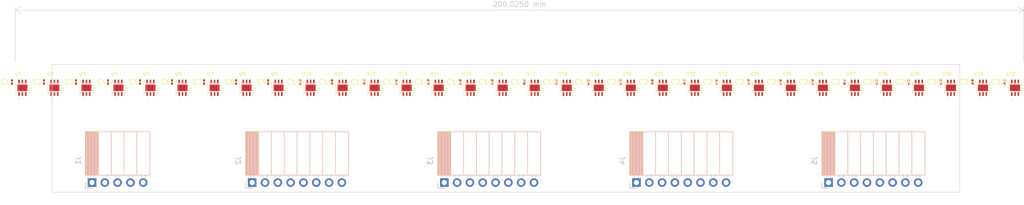
<source format=kicad_pcb>
(kicad_pcb (version 20221018) (generator pcbnew)
  (layers (0 "F.Cu" signal) (1 "In1.Cu" power) (2 "In2.Cu" power) (31 "B.Cu" signal) (34 "B.Paste" user) (35 "F.Paste" user) (36 "B.SilkS" user "B.Silkscreen") (37 "F.SilkS" user "F.Silkscreen") (38 "B.Mask" user) (39 "F.Mask" user) (44 "Edge.Cuts" user))
  (net 0 "")
  (net 1 "v+")
  (net 2 "GND")
  (net 3 "SCLK")
  (net 4 "MOSI")
  (net 5 "MISO")
  (net 6 "SS1")
  (net 7 "SS2")
  (net 8 "SS3")
  (net 9 "SS4")
  (net 10 "SS5")
  (net 11 "SS9")
  (net 12 "SS10")
  (net 13 "SS11")
  (net 14 "SS12")
  (net 15 "SS13")
  (net 16 "SS17")
  (net 17 "SS18")
  (net 18 "SS19")
  (net 19 "SS20")
  (net 20 "SS21")
  (net 21 "SS25")
  (net 22 "SS26")
  (net 23 "SS27")
  (net 24 "SS28")
  (net 25 "SS29")
  (footprint "Capacitor_SMD:C_0201_0603Metric" (layer "F.Cu") (at 142.24 67.02 -90)
    (fp_text reference "C17" (at 0 1.27) (layer "F.SilkS"))
    (fp_text value "C_Small" hide)
    (pad "1" smd roundrect (at -0.32 0 270) (size 0.46 0.4) (layers "F.Cu" "F.Mask") (net 1 "v+"))
    (pad "2" smd roundrect (at 0.32 0 270) (size 0.46 0.4) (layers "F.Cu" "F.Mask") (net 2 "GND"))
  )
  (footprint "NVE:SON65P250X250X80-7N" (layer "F.Cu") (at 195.115 68.155 90)
    (fp_text reference "U25" (at 2.725 -0.805) (layer "F.SilkS") (effects (font (size 0.64 0.64))))
    (fp_text value "SM225-10E" hide)
    (pad "1" smd roundrect (at -1.245 -0.65 90) (size 0.74 0.32) (layers "F.Cu" "F.Paste" "F.Mask") (roundrect_rratio 0.04) (net 6 "SS1"))
    (pad "2" smd roundrect (at -1.245 0 90) (size 0.74 0.32) (layers "F.Cu" "F.Paste" "F.Mask") (roundrect_rratio 0.04) (net 4 "MOSI"))
    (pad "3" smd roundrect (at -1.245 0.65 90) (size 0.74 0.32) (layers "F.Cu" "F.Paste" "F.Mask") (roundrect_rratio 0.04) (net 5 "MISO"))
    (pad "4" smd roundrect (at 1.245 0.65 90) (size 0.74 0.32) (layers "F.Cu" "F.Paste" "F.Mask") (roundrect_rratio 0.04) (net 2 "GND"))
    (pad "5" smd roundrect (at 1.245 0 90) (size 0.74 0.32) (layers "F.Cu" "F.Paste" "F.Mask") (roundrect_rratio 0.04) (net 3 "SCLK"))
    (pad "6" smd roundrect (at 1.245 -0.65 90) (size 0.74 0.32) (layers "F.Cu" "F.Paste" "F.Mask") (roundrect_rratio 0.04) (net 1 "v+"))
    (pad "7" smd rect (at 0 0 90) (size 1.3 2) (layers "F.Cu" "F.Mask") (net 2 "GND"))
  )
  (footprint "NVE:SON65P250X250X80-7N" (layer "F.Cu") (at 150.665 68.155 90)
    (fp_text reference "U18" (at 2.725 -0.805) (layer "F.SilkS") (effects (font (size 0.64 0.64))))
    (fp_text value "SM225-10E" hide)
    (pad "1" smd roundrect (at -1.245 -0.65 90) (size 0.74 0.32) (layers "F.Cu" "F.Paste" "F.Mask") (roundrect_rratio 0.04) (net 6 "SS1"))
    (pad "2" smd roundrect (at -1.245 0 90) (size 0.74 0.32) (layers "F.Cu" "F.Paste" "F.Mask") (roundrect_rratio 0.04) (net 4 "MOSI"))
    (pad "3" smd roundrect (at -1.245 0.65 90) (size 0.74 0.32) (layers "F.Cu" "F.Paste" "F.Mask") (roundrect_rratio 0.04) (net 5 "MISO"))
    (pad "4" smd roundrect (at 1.245 0.65 90) (size 0.74 0.32) (layers "F.Cu" "F.Paste" "F.Mask") (roundrect_rratio 0.04) (net 2 "GND"))
    (pad "5" smd roundrect (at 1.245 0 90) (size 0.74 0.32) (layers "F.Cu" "F.Paste" "F.Mask") (roundrect_rratio 0.04) (net 3 "SCLK"))
    (pad "6" smd roundrect (at 1.245 -0.65 90) (size 0.74 0.32) (layers "F.Cu" "F.Paste" "F.Mask") (roundrect_rratio 0.04) (net 1 "v+"))
    (pad "7" smd rect (at 0 0 90) (size 1.3 2) (layers "F.Cu" "F.Mask") (net 2 "GND"))
  )
  (footprint "Capacitor_SMD:C_0201_0603Metric" (layer "F.Cu") (at 129.54 67.02 -90)
    (fp_text reference "C15" (at 0 1.27) (layer "F.SilkS"))
    (fp_text value "C_Small" hide)
    (pad "1" smd roundrect (at -0.32 0 270) (size 0.46 0.4) (layers "F.Cu" "F.Mask") (net 1 "v+"))
    (pad "2" smd roundrect (at 0.32 0 270) (size 0.46 0.4) (layers "F.Cu" "F.Mask") (net 2 "GND"))
  )
  (footprint "Capacitor_SMD:C_0201_0603Metric" (layer "F.Cu") (at 173.99 67.02 -90)
    (fp_text reference "C22" (at 0 1.27) (layer "F.SilkS"))
    (fp_text value "C_Small" hide)
    (pad "1" smd roundrect (at -0.32 0 270) (size 0.46 0.4) (layers "F.Cu" "F.Mask") (net 1 "v+"))
    (pad "2" smd roundrect (at 0.32 0 270) (size 0.46 0.4) (layers "F.Cu" "F.Mask") (net 2 "GND"))
  )
  (footprint "Capacitor_SMD:C_0201_0603Metric" (layer "F.Cu") (at 91.44 67.02 -90)
    (fp_text reference "C9" (at 0 1.27) (layer "F.SilkS"))
    (fp_text value "C_Small" hide)
    (pad "1" smd roundrect (at -0.32 0 270) (size 0.46 0.4) (layers "F.Cu" "F.Mask") (net 1 "v+"))
    (pad "2" smd roundrect (at 0.32 0 270) (size 0.46 0.4) (layers "F.Cu" "F.Mask") (net 2 "GND"))
  )
  (footprint "Capacitor_SMD:C_0201_0603Metric" (layer "F.Cu") (at 167.64 67.02 -90)
    (fp_text reference "C21" (at 0 1.27) (layer "F.SilkS"))
    (fp_text value "C_Small" hide)
    (pad "1" smd roundrect (at -0.32 0 270) (size 0.46 0.4) (layers "F.Cu" "F.Mask") (net 1 "v+"))
    (pad "2" smd roundrect (at 0.32 0 270) (size 0.46 0.4) (layers "F.Cu" "F.Mask") (net 2 "GND"))
  )
  (footprint "NVE:SON65P250X250X80-7N" (layer "F.Cu") (at 169.715 68.155 90)
    (fp_text reference "U21" (at 2.725 -0.805) (layer "F.SilkS") (effects (font (size 0.64 0.64))))
    (fp_text value "SM225-10E" hide)
    (pad "1" smd roundrect (at -1.245 -0.65 90) (size 0.74 0.32) (layers "F.Cu" "F.Paste" "F.Mask") (roundrect_rratio 0.04) (net 6 "SS1"))
    (pad "2" smd roundrect (at -1.245 0 90) (size 0.74 0.32) (layers "F.Cu" "F.Paste" "F.Mask") (roundrect_rratio 0.04) (net 4 "MOSI"))
    (pad "3" smd roundrect (at -1.245 0.65 90) (size 0.74 0.32) (layers "F.Cu" "F.Paste" "F.Mask") (roundrect_rratio 0.04) (net 5 "MISO"))
    (pad "4" smd roundrect (at 1.245 0.65 90) (size 0.74 0.32) (layers "F.Cu" "F.Paste" "F.Mask") (roundrect_rratio 0.04) (net 2 "GND"))
    (pad "5" smd roundrect (at 1.245 0 90) (size 0.74 0.32) (layers "F.Cu" "F.Paste" "F.Mask") (roundrect_rratio 0.04) (net 3 "SCLK"))
    (pad "6" smd roundrect (at 1.245 -0.65 90) (size 0.74 0.32) (layers "F.Cu" "F.Paste" "F.Mask") (roundrect_rratio 0.04) (net 1 "v+"))
    (pad "7" smd rect (at 0 0 90) (size 1.3 2) (layers "F.Cu" "F.Mask") (net 2 "GND"))
  )
  (footprint "NVE:SON65P250X250X80-7N" (layer "F.Cu") (at 131.615 68.155 90)
    (fp_text reference "U15" (at 2.725 -0.805) (layer "F.SilkS") (effects (font (size 0.64 0.64))))
    (fp_text value "SM225-10E" hide)
    (pad "1" smd roundrect (at -1.245 -0.65 90) (size 0.74 0.32) (layers "F.Cu" "F.Paste" "F.Mask") (roundrect_rratio 0.04) (net 6 "SS1"))
    (pad "2" smd roundrect (at -1.245 0 90) (size 0.74 0.32) (layers "F.Cu" "F.Paste" "F.Mask") (roundrect_rratio 0.04) (net 4 "MOSI"))
    (pad "3" smd roundrect (at -1.245 0.65 90) (size 0.74 0.32) (layers "F.Cu" "F.Paste" "F.Mask") (roundrect_rratio 0.04) (net 5 "MISO"))
    (pad "4" smd roundrect (at 1.245 0.65 90) (size 0.74 0.32) (layers "F.Cu" "F.Paste" "F.Mask") (roundrect_rratio 0.04) (net 2 "GND"))
    (pad "5" smd roundrect (at 1.245 0 90) (size 0.74 0.32) (layers "F.Cu" "F.Paste" "F.Mask") (roundrect_rratio 0.04) (net 3 "SCLK"))
    (pad "6" smd roundrect (at 1.245 -0.65 90) (size 0.74 0.32) (layers "F.Cu" "F.Paste" "F.Mask") (roundrect_rratio 0.04) (net 1 "v+"))
    (pad "7" smd rect (at 0 0 90) (size 1.3 2) (layers "F.Cu" "F.Mask") (net 2 "GND"))
  )
  (footprint "Capacitor_SMD:C_0201_0603Metric" (layer "F.Cu") (at 154.94 67.02 -90)
    (fp_text reference "C19" (at 0 1.27) (layer "F.SilkS"))
    (fp_text value "C_Small" hide)
    (pad "1" smd roundrect (at -0.32 0 270) (size 0.46 0.4) (layers "F.Cu" "F.Mask") (net 1 "v+"))
    (pad "2" smd roundrect (at 0.32 0 270) (size 0.46 0.4) (layers "F.Cu" "F.Mask") (net 2 "GND"))
  )
  (footprint "Capacitor_SMD:C_0201_0603Metric" (layer "F.Cu") (at 104.14 67.02 -90)
    (fp_text reference "C11" (at 0 1.27) (layer "F.SilkS"))
    (fp_text value "C_Small" hide)
    (pad "1" smd roundrect (at -0.32 0 270) (size 0.46 0.4) (layers "F.Cu" "F.Mask") (net 1 "v+"))
    (pad "2" smd roundrect (at 0.32 0 270) (size 0.46 0.4) (layers "F.Cu" "F.Mask") (net 2 "GND"))
  )
  (footprint "NVE:SON65P250X250X80-7N" (layer "F.Cu") (at 74.465 68.155 90)
    (fp_text reference "U6" (at 2.725 -0.805) (layer "F.SilkS") (effects (font (size 0.64 0.64))))
    (fp_text value "SM225-10E" hide)
    (pad "1" smd roundrect (at -1.245 -0.65 90) (size 0.74 0.32) (layers "F.Cu" "F.Paste" "F.Mask") (roundrect_rratio 0.04) (net 6 "SS1"))
    (pad "2" smd roundrect (at -1.245 0 90) (size 0.74 0.32) (layers "F.Cu" "F.Paste" "F.Mask") (roundrect_rratio 0.04) (net 4 "MOSI"))
    (pad "3" smd roundrect (at -1.245 0.65 90) (size 0.74 0.32) (layers "F.Cu" "F.Paste" "F.Mask") (roundrect_rratio 0.04) (net 5 "MISO"))
    (pad "4" smd roundrect (at 1.245 0.65 90) (size 0.74 0.32) (layers "F.Cu" "F.Paste" "F.Mask") (roundrect_rratio 0.04) (net 2 "GND"))
    (pad "5" smd roundrect (at 1.245 0 90) (size 0.74 0.32) (layers "F.Cu" "F.Paste" "F.Mask") (roundrect_rratio 0.04) (net 3 "SCLK"))
    (pad "6" smd roundrect (at 1.245 -0.65 90) (size 0.74 0.32) (layers "F.Cu" "F.Paste" "F.Mask") (roundrect_rratio 0.04) (net 1 "v+"))
    (pad "7" smd rect (at 0 0 90) (size 1.3 2) (layers "F.Cu" "F.Mask") (net 2 "GND"))
  )
  (footprint "Capacitor_SMD:C_0201_0603Metric" (layer "F.Cu") (at 193.04 67.02 -90)
    (fp_text reference "C25" (at 0 1.27) (layer "F.SilkS"))
    (fp_text value "C_Small" hide)
    (pad "1" smd roundrect (at -0.32 0 270) (size 0.46 0.4) (layers "F.Cu" "F.Mask") (net 1 "v+"))
    (pad "2" smd roundrect (at 0.32 0 270) (size 0.46 0.4) (layers "F.Cu" "F.Mask") (net 2 "GND"))
  )
  (footprint "Capacitor_SMD:C_0201_0603Metric" (layer "F.Cu") (at 224.79 67.02 -90)
    (fp_text reference "C30" (at 0 1.27) (layer "F.SilkS"))
    (fp_text value "C_Small" hide)
    (pad "1" smd roundrect (at -0.32 0 270) (size 0.46 0.4) (layers "F.Cu" "F.Mask") (net 1 "v+"))
    (pad "2" smd roundrect (at 0.32 0 270) (size 0.46 0.4) (layers "F.Cu" "F.Mask") (net 2 "GND"))
  )
  (footprint "Capacitor_SMD:C_0201_0603Metric" (layer "F.Cu") (at 66.04 67.02 -90)
    (fp_text reference "C5" (at 0 1.27) (layer "F.SilkS"))
    (fp_text value "C_Small" hide)
    (pad "1" smd roundrect (at -0.32 0 270) (size 0.46 0.4) (layers "F.Cu" "F.Mask") (net 1 "v+"))
    (pad "2" smd roundrect (at 0.32 0 270) (size 0.46 0.4) (layers "F.Cu" "F.Mask") (net 2 "GND"))
  )
  (footprint "NVE:SON65P250X250X80-7N" (layer "F.Cu") (at 99.865 68.155 90)
    (fp_text reference "U10" (at 2.725 -0.805) (layer "F.SilkS") (effects (font (size 0.64 0.64))))
    (fp_text value "SM225-10E" hide)
    (pad "1" smd roundrect (at -1.245 -0.65 90) (size 0.74 0.32) (layers "F.Cu" "F.Paste" "F.Mask") (roundrect_rratio 0.04) (net 6 "SS1"))
    (pad "2" smd roundrect (at -1.245 0 90) (size 0.74 0.32) (layers "F.Cu" "F.Paste" "F.Mask") (roundrect_rratio 0.04) (net 4 "MOSI"))
    (pad "3" smd roundrect (at -1.245 0.65 90) (size 0.74 0.32) (layers "F.Cu" "F.Paste" "F.Mask") (roundrect_rratio 0.04) (net 5 "MISO"))
    (pad "4" smd roundrect (at 1.245 0.65 90) (size 0.74 0.32) (layers "F.Cu" "F.Paste" "F.Mask") (roundrect_rratio 0.04) (net 2 "GND"))
    (pad "5" smd roundrect (at 1.245 0 90) (size 0.74 0.32) (layers "F.Cu" "F.Paste" "F.Mask") (roundrect_rratio 0.04) (net 3 "SCLK"))
    (pad "6" smd roundrect (at 1.245 -0.65 90) (size 0.74 0.32) (layers "F.Cu" "F.Paste" "F.Mask") (roundrect_rratio 0.04) (net 1 "v+"))
    (pad "7" smd rect (at 0 0 90) (size 1.3 2) (layers "F.Cu" "F.Mask") (net 2 "GND"))
  )
  (footprint "Capacitor_SMD:C_0201_0603Metric" (layer "F.Cu") (at 53.34 67.02 -90)
    (fp_text reference "C3" (at 0 1.27) (layer "F.SilkS"))
    (fp_text value "C_Small" hide)
    (pad "1" smd roundrect (at -0.32 0 270) (size 0.46 0.4) (layers "F.Cu" "F.Mask") (net 1 "v+"))
    (pad "2" smd roundrect (at 0.32 0 270) (size 0.46 0.4) (layers "F.Cu" "F.Mask") (net 2 "GND"))
  )
  (footprint "NVE:SON65P250X250X80-7N" (layer "F.Cu") (at 220.515 68.155 90)
    (fp_text reference "U29" (at 2.725 -0.805) (layer "F.SilkS") (effects (font (size 0.64 0.64))))
    (fp_text value "SM225-10E" hide)
    (pad "1" smd roundrect (at -1.245 -0.65 90) (size 0.74 0.32) (layers "F.Cu" "F.Paste" "F.Mask") (roundrect_rratio 0.04) (net 6 "SS1"))
    (pad "2" smd roundrect (at -1.245 0 90) (size 0.74 0.32) (layers "F.Cu" "F.Paste" "F.Mask") (roundrect_rratio 0.04) (net 4 "MOSI"))
    (pad "3" smd roundrect (at -1.245 0.65 90) (size 0.74 0.32) (layers "F.Cu" "F.Paste" "F.Mask") (roundrect_rratio 0.04) (net 5 "MISO"))
    (pad "4" smd roundrect (at 1.245 0.65 90) (size 0.74 0.32) (layers "F.Cu" "F.Paste" "F.Mask") (roundrect_rratio 0.04) (net 2 "GND"))
    (pad "5" smd roundrect (at 1.245 0 90) (size 0.74 0.32) (layers "F.Cu" "F.Paste" "F.Mask") (roundrect_rratio 0.04) (net 3 "SCLK"))
    (pad "6" smd roundrect (at 1.245 -0.65 90) (size 0.74 0.32) (layers "F.Cu" "F.Paste" "F.Mask") (roundrect_rratio 0.04) (net 1 "v+"))
    (pad "7" smd rect (at 0 0 90) (size 1.3 2) (layers "F.Cu" "F.Mask") (net 2 "GND"))
  )
  (footprint "NVE:SON65P250X250X80-7N" (layer "F.Cu") (at 239.565 68.155 90)
    (fp_text reference "U32" (at 2.725 -0.805) (layer "F.SilkS") (effects (font (size 0.64 0.64))))
    (fp_text value "SM225-10E" hide)
    (pad "1" smd roundrect (at -1.245 -0.65 90) (size 0.74 0.32) (layers "F.Cu" "F.Paste" "F.Mask") (roundrect_rratio 0.04) (net 6 "SS1"))
    (pad "2" smd roundrect (at -1.245 0 90) (size 0.74 0.32) (layers "F.Cu" "F.Paste" "F.Mask") (roundrect_rratio 0.04) (net 4 "MOSI"))
    (pad "3" smd roundrect (at -1.245 0.65 90) (size 0.74 0.32) (layers "F.Cu" "F.Paste" "F.Mask") (roundrect_rratio 0.04) (net 5 "MISO"))
    (pad "4" smd roundrect (at 1.245 0.65 90) (size 0.74 0.32) (layers "F.Cu" "F.Paste" "F.Mask") (roundrect_rratio 0.04) (net 2 "GND"))
    (pad "5" smd roundrect (at 1.245 0 90) (size 0.74 0.32) (layers "F.Cu" "F.Paste" "F.Mask") (roundrect_rratio 0.04) (net 3 "SCLK"))
    (pad "6" smd roundrect (at 1.245 -0.65 90) (size 0.74 0.32) (layers "F.Cu" "F.Paste" "F.Mask") (roundrect_rratio 0.04) (net 1 "v+"))
    (pad "7" smd rect (at 0 0 90) (size 1.3 2) (layers "F.Cu" "F.Mask") (net 2 "GND"))
  )
  (footprint "Capacitor_SMD:C_0201_0603Metric" (layer "F.Cu") (at 199.39 67.02 -90)
    (fp_text reference "C26" (at 0 1.27) (layer "F.SilkS"))
    (fp_text value "C_Small" hide)
    (pad "1" smd roundrect (at -0.32 0 270) (size 0.46 0.4) (layers "F.Cu" "F.Mask") (net 1 "v+"))
    (pad "2" smd roundrect (at 0.32 0 270) (size 0.46 0.4) (layers "F.Cu" "F.Mask") (net 2 "GND"))
  )
  (footprint "NVE:SON65P250X250X80-7N" (layer "F.Cu") (at 68.115 68.155 90)
    (fp_text reference "U5" (at 2.725 -0.805) (layer "F.SilkS") (effects (font (size 0.64 0.64))))
    (fp_text value "SM225-10E" hide)
    (pad "1" smd roundrect (at -1.245 -0.65 90) (size 0.74 0.32) (layers "F.Cu" "F.Paste" "F.Mask") (roundrect_rratio 0.04) (net 6 "SS1"))
    (pad "2" smd roundrect (at -1.245 0 90) (size 0.74 0.32) (layers "F.Cu" "F.Paste" "F.Mask") (roundrect_rratio 0.04) (net 4 "MOSI"))
    (pad "3" smd roundrect (at -1.245 0.65 90) (size 0.74 0.32) (layers "F.Cu" "F.Paste" "F.Mask") (roundrect_rratio 0.04) (net 5 "MISO"))
    (pad "4" smd roundrect (at 1.245 0.65 90) (size 0.74 0.32) (layers "F.Cu" "F.Paste" "F.Mask") (roundrect_rratio 0.04) (net 2 "GND"))
    (pad "5" smd roundrect (at 1.245 0 90) (size 0.74 0.32) (layers "F.Cu" "F.Paste" "F.Mask") (roundrect_rratio 0.04) (net 3 "SCLK"))
    (pad "6" smd roundrect (at 1.245 -0.65 90) (size 0.74 0.32) (layers "F.Cu" "F.Paste" "F.Mask") (roundrect_rratio 0.04) (net 1 "v+"))
    (pad "7" smd rect (at 0 0 90) (size 1.3 2) (layers "F.Cu" "F.Mask") (net 2 "GND"))
  )
  (footprint "NVE:SON65P250X250X80-7N" (layer "F.Cu") (at 176.065 68.155 90)
    (fp_text reference "U22" (at 2.725 -0.805) (layer "F.SilkS") (effects (font (size 0.64 0.64))))
    (fp_text value "SM225-10E" hide)
    (pad "1" smd roundrect (at -1.245 -0.65 90) (size 0.74 0.32) (layers "F.Cu" "F.Paste" "F.Mask") (roundrect_rratio 0.04) (net 6 "SS1"))
    (pad "2" smd roundrect (at -1.245 0 90) (size 0.74 0.32) (layers "F.Cu" "F.Paste" "F.Mask") (roundrect_rratio 0.04) (net 4 "MOSI"))
    (pad "3" smd roundrect (at -1.245 0.65 90) (size 0.74 0.32) (layers "F.Cu" "F.Paste" "F.Mask") (roundrect_rratio 0.04) (net 5 "MISO"))
    (pad "4" smd roundrect (at 1.245 0.65 90) (size 0.74 0.32) (layers "F.Cu" "F.Paste" "F.Mask") (roundrect_rratio 0.04) (net 2 "GND"))
    (pad "5" smd roundrect (at 1.245 0 90) (size 0.74 0.32) (layers "F.Cu" "F.Paste" "F.Mask") (roundrect_rratio 0.04) (net 3 "SCLK"))
    (pad "6" smd roundrect (at 1.245 -0.65 90) (size 0.74 0.32) (layers "F.Cu" "F.Paste" "F.Mask") (roundrect_rratio 0.04) (net 1 "v+"))
    (pad "7" smd rect (at 0 0 90) (size 1.3 2) (layers "F.Cu" "F.Mask") (net 2 "GND"))
  )
  (footprint "Capacitor_SMD:C_0201_0603Metric" (layer "F.Cu") (at 212.09 67.02 -90)
    (fp_text reference "C28" (at 0 1.27) (layer "F.SilkS"))
    (fp_text value "C_Small" hide)
    (pad "1" smd roundrect (at -0.32 0 270) (size 0.46 0.4) (layers "F.Cu" "F.Mask") (net 1 "v+"))
    (pad "2" smd roundrect (at 0.32 0 270) (size 0.46 0.4) (layers "F.Cu" "F.Mask") (net 2 "GND"))
  )
  (footprint "Capacitor_SMD:C_0201_0603Metric" (layer "F.Cu") (at 237.49 67.02 -90)
    (fp_text reference "C32" (at 0 1.27) (layer "F.SilkS"))
    (fp_text value "C_Small" hide)
    (pad "1" smd roundrect (at -0.32 0 270) (size 0.46 0.4) (layers "F.Cu" "F.Mask") (net 1 "v+"))
    (pad "2" smd roundrect (at 0.32 0 270) (size 0.46 0.4) (layers "F.Cu" "F.Mask") (net 2 "GND"))
  )
  (footprint "Capacitor_SMD:C_0201_0603Metric" (layer "F.Cu") (at 97.79 67.02 -90)
    (fp_text reference "C10" (at 0 1.27) (layer "F.SilkS"))
    (fp_text value "C_Small" hide)
    (pad "1" smd roundrect (at -0.32 0 270) (size 0.46 0.4) (layers "F.Cu" "F.Mask") (net 1 "v+"))
    (pad "2" smd roundrect (at 0.32 0 270) (size 0.46 0.4) (layers "F.Cu" "F.Mask") (net 2 "GND"))
  )
  (footprint "NVE:SON65P250X250X80-7N" (layer "F.Cu") (at 93.515 68.155 90)
    (fp_text reference "U9" (at 2.725 -0.805) (layer "F.SilkS") (effects (font (size 0.64 0.64))))
    (fp_text value "SM225-10E" hide)
    (pad "1" smd roundrect (at -1.245 -0.65 90) (size 0.74 0.32) (layers "F.Cu" "F.Paste" "F.Mask") (roundrect_rratio 0.04) (net 6 "SS1"))
    (pad "2" smd roundrect (at -1.245 0 90) (size 0.74 0.32) (layers "F.Cu" "F.Paste" "F.Mask") (roundrect_rratio 0.04) (net 4 "MOSI"))
    (pad "3" smd roundrect (at -1.245 0.65 90) (size 0.74 0.32) (layers "F.Cu" "F.Paste" "F.Mask") (roundrect_rratio 0.04) (net 5 "MISO"))
    (pad "4" smd roundrect (at 1.245 0.65 90) (size 0.74 0.32) (layers "F.Cu" "F.Paste" "F.Mask") (roundrect_rratio 0.04) (net 2 "GND"))
    (pad "5" smd roundrect (at 1.245 0 90) (size 0.74 0.32) (layers "F.Cu" "F.Paste" "F.Mask") (roundrect_rratio 0.04) (net 3 "SCLK"))
    (pad "6" smd roundrect (at 1.245 -0.65 90) (size 0.74 0.32) (layers "F.Cu" "F.Paste" "F.Mask") (roundrect_rratio 0.04) (net 1 "v+"))
    (pad "7" smd rect (at 0 0 90) (size 1.3 2) (layers "F.Cu" "F.Mask") (net 2 "GND"))
  )
  (footprint "NVE:SON65P250X250X80-7N" (layer "F.Cu") (at 112.565 68.155 90)
    (fp_text reference "U12" (at 2.725 -0.805) (layer "F.SilkS") (effects (font (size 0.64 0.64))))
    (fp_text value "SM225-10E" hide)
    (pad "1" smd roundrect (at -1.245 -0.65 90) (size 0.74 0.32) (layers "F.Cu" "F.Paste" "F.Mask") (roundrect_rratio 0.04) (net 6 "SS1"))
    (pad "2" smd roundrect (at -1.245 0 90) (size 0.74 0.32) (layers "F.Cu" "F.Paste" "F.Mask") (roundrect_rratio 0.04) (net 4 "MOSI"))
    (pad "3" smd roundrect (at -1.245 0.65 90) (size 0.74 0.32) (layers "F.Cu" "F.Paste" "F.Mask") (roundrect_rratio 0.04) (net 5 "MISO"))
    (pad "4" smd roundrect (at 1.245 0.65 90) (size 0.74 0.32) (layers "F.Cu" "F.Paste" "F.Mask") (roundrect_rratio 0.04) (net 2 "GND"))
    (pad "5" smd roundrect (at 1.245 0 90) (size 0.74 0.32) (layers "F.Cu" "F.Paste" "F.Mask") (roundrect_rratio 0.04) (net 3 "SCLK"))
    (pad "6" smd roundrect (at 1.245 -0.65 90) (size 0.74 0.32) (layers "F.Cu" "F.Paste" "F.Mask") (roundrect_rratio 0.04) (net 1 "v+"))
    (pad "7" smd rect (at 0 0 90) (size 1.3 2) (layers "F.Cu" "F.Mask") (net 2 "GND"))
  )
  (footprint "NVE:SON65P250X250X80-7N" (layer "F.Cu") (at 61.765 68.155 90)
    (fp_text reference "U4" (at 2.725 -0.805) (layer "F.SilkS") (effects (font (size 0.64 0.64))))
    (fp_text value "SM225-10E" hide)
    (pad "1" smd roundrect (at -1.245 -0.65 90) (size 0.74 0.32) (layers "F.Cu" "F.Paste" "F.Mask") (roundrect_rratio 0.04) (net 6 "SS1"))
    (pad "2" smd roundrect (at -1.245 0 90) (size 0.74 0.32) (layers "F.Cu" "F.Paste" "F.Mask") (roundrect_rratio 0.04) (net 4 "MOSI"))
    (pad "3" smd roundrect (at -1.245 0.65 90) (size 0.74 0.32) (layers "F.Cu" "F.Paste" "F.Mask") (roundrect_rratio 0.04) (net 5 "MISO"))
    (pad "4" smd roundrect (at 1.245 0.65 90) (size 0.74 0.32) (layers "F.Cu" "F.Paste" "F.Mask") (roundrect_rratio 0.04) (net 2 "GND"))
    (pad "5" smd roundrect (at 1.245 0 90) (size 0.74 0.32) (layers "F.Cu" "F.Paste" "F.Mask") (roundrect_rratio 0.04) (net 3 "SCLK"))
    (pad "6" smd roundrect (at 1.245 -0.65 90) (size 0.74 0.32) (layers "F.Cu" "F.Paste" "F.Mask") (roundrect_rratio 0.04) (net 1 "v+"))
    (pad "7" smd rect (at 0 0 90) (size 1.3 2) (layers "F.Cu" "F.Mask") (net 2 "GND"))
  )
  (footprint "NVE:SON65P250X250X80-7N" (layer "F.Cu") (at 188.765 68.155 90)
    (fp_text reference "U24" (at 2.725 -0.805) (layer "F.SilkS") (effects (font (size 0.64 0.64))))
    (fp_text value "SM225-10E" hide)
    (pad "1" smd roundrect (at -1.245 -0.65 90) (size 0.74 0.32) (layers "F.Cu" "F.Paste" "F.Mask") (roundrect_rratio 0.04) (net 6 "SS1"))
    (pad "2" smd roundrect (at -1.245 0 90) (size 0.74 0.32) (layers "F.Cu" "F.Paste" "F.Mask") (roundrect_rratio 0.04) (net 4 "MOSI"))
    (pad "3" smd roundrect (at -1.245 0.65 90) (size 0.74 0.32) (layers "F.Cu" "F.Paste" "F.Mask") (roundrect_rratio 0.04) (net 5 "MISO"))
    (pad "4" smd roundrect (at 1.245 0.65 90) (size 0.74 0.32) (layers "F.Cu" "F.Paste" "F.Mask") (roundrect_rratio 0.04) (net 2 "GND"))
    (pad "5" smd roundrect (at 1.245 0 90) (size 0.74 0.32) (layers "F.Cu" "F.Paste" "F.Mask") (roundrect_rratio 0.04) (net 3 "SCLK"))
    (pad "6" smd roundrect (at 1.245 -0.65 90) (size 0.74 0.32) (layers "F.Cu" "F.Paste" "F.Mask") (roundrect_rratio 0.04) (net 1 "v+"))
    (pad "7" smd rect (at 0 0 90) (size 1.3 2) (layers "F.Cu" "F.Mask") (net 2 "GND"))
  )
  (footprint "NVE:SON65P250X250X80-7N" (layer "F.Cu") (at 163.365 68.155 90)
    (fp_text reference "U20" (at 2.725 -0.805) (layer "F.SilkS") (effects (font (size 0.64 0.64))))
    (fp_text value "SM225-10E" hide)
    (pad "1" smd roundrect (at -1.245 -0.65 90) (size 0.74 0.32) (layers "F.Cu" "F.Paste" "F.Mask") (roundrect_rratio 0.04) (net 6 "SS1"))
    (pad "2" smd roundrect (at -1.245 0 90) (size 0.74 0.32) (layers "F.Cu" "F.Paste" "F.Mask") (roundrect_rratio 0.04) (net 4 "MOSI"))
    (pad "3" smd roundrect (at -1.245 0.65 90) (size 0.74 0.32) (layers "F.Cu" "F.Paste" "F.Mask") (roundrect_rratio 0.04) (net 5 "MISO"))
    (pad "4" smd roundrect (at 1.245 0.65 90) (size 0.74 0.32) (layers "F.Cu" "F.Paste" "F.Mask") (roundrect_rratio 0.04) (net 2 "GND"))
    (pad "5" smd roundrect (at 1.245 0 90) (size 0.74 0.32) (layers "F.Cu" "F.Paste" "F.Mask") (roundrect_rratio 0.04) (net 3 "SCLK"))
    (pad "6" smd roundrect (at 1.245 -0.65 90) (size 0.74 0.32) (layers "F.Cu" "F.Paste" "F.Mask") (roundrect_rratio 0.04) (net 1 "v+"))
    (pad "7" smd rect (at 0 0 90) (size 1.3 2) (layers "F.Cu" "F.Mask") (net 2 "GND"))
  )
  (footprint "Capacitor_SMD:C_0201_0603Metric" (layer "F.Cu") (at 59.69 67.02 -90)
    (fp_text reference "C4" (at 0 1.27) (layer "F.SilkS"))
    (fp_text value "C_Small" hide)
    (pad "1" smd roundrect (at -0.32 0 270) (size 0.46 0.4) (layers "F.Cu" "F.Mask") (net 1 "v+"))
    (pad "2" smd roundrect (at 0.32 0 270) (size 0.46 0.4) (layers "F.Cu" "F.Mask") (net 2 "GND"))
  )
  (footprint "NVE:SON65P250X250X80-7N" (layer "F.Cu") (at 201.465 68.155 90)
    (fp_text reference "U26" (at 2.725 -0.805) (layer "F.SilkS") (effects (font (size 0.64 0.64))))
    (fp_text value "SM225-10E" hide)
    (pad "1" smd roundrect (at -1.245 -0.65 90) (size 0.74 0.32) (layers "F.Cu" "F.Paste" "F.Mask") (roundrect_rratio 0.04) (net 6 "SS1"))
    (pad "2" smd roundrect (at -1.245 0 90) (size 0.74 0.32) (layers "F.Cu" "F.Paste" "F.Mask") (roundrect_rratio 0.04) (net 4 "MOSI"))
    (pad "3" smd roundrect (at -1.245 0.65 90) (size 0.74 0.32) (layers "F.Cu" "F.Paste" "F.Mask") (roundrect_rratio 0.04) (net 5 "MISO"))
    (pad "4" smd roundrect (at 1.245 0.65 90) (size 0.74 0.32) (layers "F.Cu" "F.Paste" "F.Mask") (roundrect_rratio 0.04) (net 2 "GND"))
    (pad "5" smd roundrect (at 1.245 0 90) (size 0.74 0.32) (layers "F.Cu" "F.Paste" "F.Mask") (roundrect_rratio 0.04) (net 3 "SCLK"))
    (pad "6" smd roundrect (at 1.245 -0.65 90) (size 0.74 0.32) (layers "F.Cu" "F.Paste" "F.Mask") (roundrect_rratio 0.04) (net 1 "v+"))
    (pad "7" smd rect (at 0 0 90) (size 1.3 2) (layers "F.Cu" "F.Mask") (net 2 "GND"))
  )
  (footprint "NVE:SON65P250X250X80-7N" (layer "F.Cu") (at 137.965 68.155 90)
    (fp_text reference "U16" (at 2.725 -0.805) (layer "F.SilkS") (effects (font (size 0.64 0.64))))
    (fp_text value "SM225-10E" hide)
    (pad "1" smd roundrect (at -1.245 -0.65 90) (size 0.74 0.32) (layers "F.Cu" "F.Paste" "F.Mask") (roundrect_rratio 0.04) (net 6 "SS1"))
    (pad "2" smd roundrect (at -1.245 0 90) (size 0.74 0.32) (layers "F.Cu" "F.Paste" "F.Mask") (roundrect_rratio 0.04) (net 4 "MOSI"))
    (pad "3" smd roundrect (at -1.245 0.65 90) (size 0.74 0.32) (layers "F.Cu" "F.Paste" "F.Mask") (roundrect_rratio 0.04) (net 5 "MISO"))
    (pad "4" smd roundrect (at 1.245 0.65 90) (size 0.74 0.32) (layers "F.Cu" "F.Paste" "F.Mask") (roundrect_rratio 0.04) (net 2 "GND"))
    (pad "5" smd roundrect (at 1.245 0 90) (size 0.74 0.32) (layers "F.Cu" "F.Paste" "F.Mask") (roundrect_rratio 0.04) (net 3 "SCLK"))
    (pad "6" smd roundrect (at 1.245 -0.65 90) (size 0.74 0.32) (layers "F.Cu" "F.Paste" "F.Mask") (roundrect_rratio 0.04) (net 1 "v+"))
    (pad "7" smd rect (at 0 0 90) (size 1.3 2) (layers "F.Cu" "F.Mask") (net 2 "GND"))
  )
  (footprint "NVE:SON65P250X250X80-7N" (layer "F.Cu") (at 182.415 68.155 90)
    (fp_text reference "U23" (at 2.725 -0.805) (layer "F.SilkS") (effects (font (size 0.64 0.64))))
    (fp_text value "SM225-10E" hide)
    (pad "1" smd roundrect (at -1.245 -0.65 90) (size 0.74 0.32) (layers "F.Cu" "F.Paste" "F.Mask") (roundrect_rratio 0.04) (net 6 "SS1"))
    (pad "2" smd roundrect (at -1.245 0 90) (size 0.74 0.32) (layers "F.Cu" "F.Paste" "F.Mask") (roundrect_rratio 0.04) (net 4 "MOSI"))
    (pad "3" smd roundrect (at -1.245 0.65 90) (size 0.74 0.32) (layers "F.Cu" "F.Paste" "F.Mask") (roundrect_rratio 0.04) (net 5 "MISO"))
    (pad "4" smd roundrect (at 1.245 0.65 90) (size 0.74 0.32) (layers "F.Cu" "F.Paste" "F.Mask") (roundrect_rratio 0.04) (net 2 "GND"))
    (pad "5" smd roundrect (at 1.245 0 90) (size 0.74 0.32) (layers "F.Cu" "F.Paste" "F.Mask") (roundrect_rratio 0.04) (net 3 "SCLK"))
    (pad "6" smd roundrect (at 1.245 -0.65 90) (size 0.74 0.32) (layers "F.Cu" "F.Paste" "F.Mask") (roundrect_rratio 0.04) (net 1 "v+"))
    (pad "7" smd rect (at 0 0 90) (size 1.3 2) (layers "F.Cu" "F.Mask") (net 2 "GND"))
  )
  (footprint "Capacitor_SMD:C_0201_0603Metric" (layer "F.Cu") (at 231.14 67.02 -90)
    (fp_text reference "C31" (at 0 1.27) (layer "F.SilkS"))
    (fp_text value "C_Small" hide)
    (pad "1" smd roundrect (at -0.32 0 270) (size 0.46 0.4) (layers "F.Cu" "F.Mask") (net 1 "v+"))
    (pad "2" smd roundrect (at 0.32 0 270) (size 0.46 0.4) (layers "F.Cu" "F.Mask") (net 2 "GND"))
  )
  (footprint "NVE:SON65P250X250X80-7N" (layer "F.Cu") (at 49.065 68.155 90)
    (fp_text reference "U2" (at 2.725 -0.805) (layer "F.SilkS") (effects (font (size 0.64 0.64))))
    (fp_text value "SM225-10E" hide)
    (pad "1" smd roundrect (at -1.245 -0.65 90) (size 0.74 0.32) (layers "F.Cu" "F.Paste" "F.Mask") (roundrect_rratio 0.04) (net 6 "SS1"))
    (pad "2" smd roundrect (at -1.245 0 90) (size 0.74 0.32) (layers "F.Cu" "F.Paste" "F.Mask") (roundrect_rratio 0.04) (net 4 "MOSI"))
    (pad "3" smd roundrect (at -1.245 0.65 90) (size 0.74 0.32) (layers "F.Cu" "F.Paste" "F.Mask") (roundrect_rratio 0.04) (net 5 "MISO"))
    (pad "4" smd roundrect (at 1.245 0.65 90) (size 0.74 0.32) (layers "F.Cu" "F.Paste" "F.Mask") (roundrect_rratio 0.04) (net 2 "GND"))
    (pad "5" smd roundrect (at 1.245 0 90) (size 0.74 0.32) (layers "F.Cu" "F.Paste" "F.Mask") (roundrect_rratio 0.04) (net 3 "SCLK"))
    (pad "6" smd roundrect (at 1.245 -0.65 90) (size 0.74 0.32) (layers "F.Cu" "F.Paste" "F.Mask") (roundrect_rratio 0.04) (net 1 "v+"))
    (pad "7" smd rect (at 0 0 90) (size 1.3 2) (layers "F.Cu" "F.Mask") (net 2 "GND"))
  )
  (footprint "Capacitor_SMD:C_0201_0603Metric" (layer "F.Cu") (at 180.34 67.02 -90)
    (fp_text reference "C23" (at 0 1.27) (layer "F.SilkS"))
    (fp_text value "C_Small" hide)
    (pad "1" smd roundrect (at -0.32 0 270) (size 0.46 0.4) (layers "F.Cu" "F.Mask") (net 1 "v+"))
    (pad "2" smd roundrect (at 0.32 0 270) (size 0.46 0.4) (layers "F.Cu" "F.Mask") (net 2 "GND"))
  )
  (footprint "Capacitor_SMD:C_0201_0603Metric" (layer "F.Cu") (at 148.59 67.02 -90)
    (fp_text reference "C18" (at 0 1.27) (layer "F.SilkS"))
    (fp_text value "C_Small" hide)
    (pad "1" smd roundrect (at -0.32 0 270) (size 0.46 0.4) (layers "F.Cu" "F.Mask") (net 1 "v+"))
    (pad "2" smd roundrect (at 0.32 0 270) (size 0.46 0.4) (layers "F.Cu" "F.Mask") (net 2 "GND"))
  )
  (footprint "NVE:SON65P250X250X80-7N" (layer "F.Cu") (at 157.015 68.155 90)
    (fp_text reference "U19" (at 2.725 -0.805) (layer "F.SilkS") (effects (font (size 0.64 0.64))))
    (fp_text value "SM225-10E" hide)
    (pad "1" smd roundrect (at -1.245 -0.65 90) (size 0.74 0.32) (layers "F.Cu" "F.Paste" "F.Mask") (roundrect_rratio 0.04) (net 6 "SS1"))
    (pad "2" smd roundrect (at -1.245 0 90) (size 0.74 0.32) (layers "F.Cu" "F.Paste" "F.Mask") (roundrect_rratio 0.04) (net 4 "MOSI"))
    (pad "3" smd roundrect (at -1.245 0.65 90) (size 0.74 0.32) (layers "F.Cu" "F.Paste" "F.Mask") (roundrect_rratio 0.04) (net 5 "MISO"))
    (pad "4" smd roundrect (at 1.245 0.65 90) (size 0.74 0.32) (layers "F.Cu" "F.Paste" "F.Mask") (roundrect_rratio 0.04) (net 2 "GND"))
    (pad "5" smd roundrect (at 1.245 0 90) (size 0.74 0.32) (layers "F.Cu" "F.Paste" "F.Mask") (roundrect_rratio 0.04) (net 3 "SCLK"))
    (pad "6" smd roundrect (at 1.245 -0.65 90) (size 0.74 0.32) (layers "F.Cu" "F.Paste" "F.Mask") (roundrect_rratio 0.04) (net 1 "v+"))
    (pad "7" smd rect (at 0 0 90) (size 1.3 2) (layers "F.Cu" "F.Mask") (net 2 "GND"))
  )
  (footprint "Capacitor_SMD:C_0201_0603Metric" (layer "F.Cu") (at 205.74 67.02 -90)
    (fp_text reference "C27" (at 0 1.27) (layer "F.SilkS"))
    (fp_text value "C_Small" hide)
    (pad "1" smd roundrect (at -0.32 0 270) (size 0.46 0.4) (layers "F.Cu" "F.Mask") (net 1 "v+"))
    (pad "2" smd roundrect (at 0.32 0 270) (size 0.46 0.4) (layers "F.Cu" "F.Mask") (net 2 "GND"))
  )
  (footprint "Capacitor_SMD:C_0201_0603Metric" (layer "F.Cu") (at 123.19 67.02 -90)
    (fp_text reference "C14" (at 0 1.27) (layer "F.SilkS"))
    (fp_text value "C_Small" hide)
    (pad "1" smd roundrect (at -0.32 0 270) (size 0.46 0.4) (layers "F.Cu" "F.Mask") (net 1 "v+"))
    (pad "2" smd roundrect (at 0.32 0 270) (size 0.46 0.4) (layers "F.Cu" "F.Mask") (net 2 "GND"))
  )
  (footprint "NVE:SON65P250X250X80-7N" (layer "F.Cu") (at 118.915 68.155 90)
    (fp_text reference "U13" (at 2.725 -0.805) (layer "F.SilkS") (effects (font (size 0.64 0.64))))
    (fp_text value "SM225-10E" hide)
    (pad "1" smd roundrect (at -1.245 -0.65 90) (size 0.74 0.32) (layers "F.Cu" "F.Paste" "F.Mask") (roundrect_rratio 0.04) (net 6 "SS1"))
    (pad "2" smd roundrect (at -1.245 0 90) (size 0.74 0.32) (layers "F.Cu" "F.Paste" "F.Mask") (roundrect_rratio 0.04) (net 4 "MOSI"))
    (pad "3" smd roundrect (at -1.245 0.65 90) (size 0.74 0.32) (layers "F.Cu" "F.Paste" "F.Mask") (roundrect_rratio 0.04) (net 5 "MISO"))
    (pad "4" smd roundrect (at 1.245 0.65 90) (size 0.74 0.32) (layers "F.Cu" "F.Paste" "F.Mask") (roundrect_rratio 0.04) (net 2 "GND"))
    (pad "5" smd roundrect (at 1.245 0 90) (size 0.74 0.32) (layers "F.Cu" "F.Paste" "F.Mask") (roundrect_rratio 0.04) (net 3 "SCLK"))
    (pad "6" smd roundrect (at 1.245 -0.65 90) (size 0.74 0.32) (layers "F.Cu" "F.Paste" "F.Mask") (roundrect_rratio 0.04) (net 1 "v+"))
    (pad "7" smd rect (at 0 0 90) (size 1.3 2) (layers "F.Cu" "F.Mask") (net 2 "GND"))
  )
  (footprint "Capacitor_SMD:C_0201_0603Metric" (layer "F.Cu") (at 110.49 67.02 -90)
    (fp_text reference "C12" (at 0 1.27) (layer "F.SilkS"))
    (fp_text value "C_Small" hide)
    (pad "1" smd roundrect (at -0.32 0 270) (size 0.46 0.4) (layers "F.Cu" "F.Mask") (net 1 "v+"))
    (pad "2" smd roundrect (at 0.32 0 270) (size 0.46 0.4) (layers "F.Cu" "F.Mask") (net 2 "GND"))
  )
  (footprint "NVE:SON65P250X250X80-7N" (layer "F.Cu") (at 207.815 68.155 90)
    (fp_text reference "U27" (at 2.725 -0.805) (layer "F.SilkS") (effects (font (size 0.64 0.64))))
    (fp_text value "SM225-10E" hide)
    (pad "1" smd roundrect (at -1.245 -0.65 90) (size 0.74 0.32) (layers "F.Cu" "F.Paste" "F.Mask") (roundrect_rratio 0.04) (net 6 "SS1"))
    (pad "2" smd roundrect (at -1.245 0 90) (size 0.74 0.32) (layers "F.Cu" "F.Paste" "F.Mask") (roundrect_rratio 0.04) (net 4 "MOSI"))
    (pad "3" smd roundrect (at -1.245 0.65 90) (size 0.74 0.32) (layers "F.Cu" "F.Paste" "F.Mask") (roundrect_rratio 0.04) (net 5 "MISO"))
    (pad "4" smd roundrect (at 1.245 0.65 90) (size 0.74 0.32) (layers "F.Cu" "F.Paste" "F.Mask") (roundrect_rratio 0.04) (net 2 "GND"))
    (pad "5" smd roundrect (at 1.245 0 90) (size 0.74 0.32) (layers "F.Cu" "F.Paste" "F.Mask") (roundrect_rratio 0.04) (net 3 "SCLK"))
    (pad "6" smd roundrect (at 1.245 -0.65 90) (size 0.74 0.32) (layers "F.Cu" "F.Paste" "F.Mask") (roundrect_rratio 0.04) (net 1 "v+"))
    (pad "7" smd rect (at 0 0 90) (size 1.3 2) (layers "F.Cu" "F.Mask") (net 2 "GND"))
  )
  (footprint "Capacitor_SMD:C_0201_0603Metric" (layer "F.Cu") (at 40.64 67.02 -90)
    (fp_text reference "C1" (at 0 1.27) (layer "F.SilkS"))
    (fp_text value "C_Small" hide)
    (pad "1" smd roundrect (at -0.32 0 270) (size 0.46 0.4) (layers "F.Cu" "F.Mask") (net 1 "v+"))
    (pad "2" smd roundrect (at 0.32 0 270) (size 0.46 0.4) (layers "F.Cu" "F.Mask") (net 2 "GND"))
  )
  (footprint "NVE:SON65P250X250X80-7N" (layer "F.Cu") (at 42.715 68.155 90)
    (fp_text reference "U1" (at 2.725 -0.805) (layer "F.SilkS") (effects (font (size 0.64 0.64))))
    (fp_text value "SM225-10E" hide)
    (pad "1" smd roundrect (at -1.245 -0.65 90) (size 0.74 0.32) (layers "F.Cu" "F.Paste" "F.Mask") (roundrect_rratio 0.04) (net 6 "SS1"))
    (pad "2" smd roundrect (at -1.245 0 90) (size 0.74 0.32) (layers "F.Cu" "F.Paste" "F.Mask") (roundrect_rratio 0.04) (net 4 "MOSI"))
    (pad "3" smd roundrect (at -1.245 0.65 90) (size 0.74 0.32) (layers "F.Cu" "F.Paste" "F.Mask") (roundrect_rratio 0.04) (net 5 "MISO"))
    (pad "4" smd roundrect (at 1.245 0.65 90) (size 0.74 0.32) (layers "F.Cu" "F.Paste" "F.Mask") (roundrect_rratio 0.04) (net 2 "GND"))
    (pad "5" smd roundrect (at 1.245 0 90) (size 0.74 0.32) (layers "F.Cu" "F.Paste" "F.Mask") (roundrect_rratio 0.04) (net 3 "SCLK"))
    (pad "6" smd roundrect (at 1.245 -0.65 90) (size 0.74 0.32) (layers "F.Cu" "F.Paste" "F.Mask") (roundrect_rratio 0.04) (net 1 "v+"))
    (pad "7" smd rect (at 0 0 90) (size 1.3 2) (layers "F.Cu" "F.Mask") (net 2 "GND"))
  )
  (footprint "Capacitor_SMD:C_0201_0603Metric" (layer "F.Cu") (at 85.09 67.02 -90)
    (fp_text reference "C8" (at 0 1.27) (layer "F.SilkS"))
    (fp_text value "C_Small" hide)
    (pad "1" smd roundrect (at -0.32 0 270) (size 0.46 0.4) (layers "F.Cu" "F.Mask") (net 1 "v+"))
    (pad "2" smd roundrect (at 0.32 0 270) (size 0.46 0.4) (layers "F.Cu" "F.Mask") (net 2 "GND"))
  )
  (footprint "NVE:SON65P250X250X80-7N" (layer "F.Cu") (at 214.165 68.155 90)
    (fp_text reference "U28" (at 2.725 -0.805) (layer "F.SilkS") (effects (font (size 0.64 0.64))))
    (fp_text value "SM225-10E" hide)
    (pad "1" smd roundrect (at -1.245 -0.65 90) (size 0.74 0.32) (layers "F.Cu" "F.Paste" "F.Mask") (roundrect_rratio 0.04) (net 6 "SS1"))
    (pad "2" smd roundrect (at -1.245 0 90) (size 0.74 0.32) (layers "F.Cu" "F.Paste" "F.Mask") (roundrect_rratio 0.04) (net 4 "MOSI"))
    (pad "3" smd roundrect (at -1.245 0.65 90) (size 0.74 0.32) (layers "F.Cu" "F.Paste" "F.Mask") (roundrect_rratio 0.04) (net 5 "MISO"))
    (pad "4" smd roundrect (at 1.245 0.65 90) (size 0.74 0.32) (layers "F.Cu" "F.Paste" "F.Mask") (roundrect_rratio 0.04) (net 2 "GND"))
    (pad "5" smd roundrect (at 1.245 0 90) (size 0.74 0.32) (layers "F.Cu" "F.Paste" "F.Mask") (roundrect_rratio 0.04) (net 3 "SCLK"))
    (pad "6" smd roundrect (at 1.245 -0.65 90) (size 0.74 0.32) (layers "F.Cu" "F.Paste" "F.Mask") (roundrect_rratio 0.04) (net 1 "v+"))
    (pad "7" smd rect (at 0 0 90) (size 1.3 2) (layers "F.Cu" "F.Mask") (net 2 "GND"))
  )
  (footprint "NVE:SON65P250X250X80-7N" (layer "F.Cu") (at 125.265 68.155 90)
    (fp_text reference "U14" (at 2.725 -0.805) (layer "F.SilkS") (effects (font (size 0.64 0.64))))
    (fp_text value "SM225-10E" hide)
    (pad "1" smd roundrect (at -1.245 -0.65 90) (size 0.74 0.32) (layers "F.Cu" "F.Paste" "F.Mask") (roundrect_rratio 0.04) (net 6 "SS1"))
    (pad "2" smd roundrect (at -1.245 0 90) (size 0.74 0.32) (layers "F.Cu" "F.Paste" "F.Mask") (roundrect_rratio 0.04) (net 4 "MOSI"))
    (pad "3" smd roundrect (at -1.245 0.65 90) (size 0.74 0.32) (layers "F.Cu" "F.Paste" "F.Mask") (roundrect_rratio 0.04) (net 5 "MISO"))
    (pad "4" smd roundrect (at 1.245 0.65 90) (size 0.74 0.32) (layers "F.Cu" "F.Paste" "F.Mask") (roundrect_rratio 0.04) (net 2 "GND"))
    (pad "5" smd roundrect (at 1.245 0 90) (size 0.74 0.32) (layers "F.Cu" "F.Paste" "F.Mask") (roundrect_rratio 0.04) (net 3 "SCLK"))
    (pad "6" smd roundrect (at 1.245 -0.65 90) (size 0.74 0.32) (layers "F.Cu" "F.Paste" "F.Mask") (roundrect_rratio 0.04) (net 1 "v+"))
    (pad "7" smd rect (at 0 0 90) (size 1.3 2) (layers "F.Cu" "F.Mask") (net 2 "GND"))
  )
  (footprint "NVE:SON65P250X250X80-7N" (layer "F.Cu") (at 106.215 68.155 90)
    (fp_text reference "U11" (at 2.725 -0.805) (layer "F.SilkS") (effects (font (size 0.64 0.64))))
    (fp_text value "SM225-10E" hide)
    (pad "1" smd roundrect (at -1.245 -0.65 90) (size 0.74 0.32) (layers "F.Cu" "F.Paste" "F.Mask") (roundrect_rratio 0.04) (net 6 "SS1"))
    (pad "2" smd roundrect (at -1.245 0 90) (size 0.74 0.32) (layers "F.Cu" "F.Paste" "F.Mask") (roundrect_rratio 0.04) (net 4 "MOSI"))
    (pad "3" smd roundrect (at -1.245 0.65 90) (size 0.74 0.32) (layers "F.Cu" "F.Paste" "F.Mask") (roundrect_rratio 0.04) (net 5 "MISO"))
    (pad "4" smd roundrect (at 1.245 0.65 90) (size 0.74 0.32) (layers "F.Cu" "F.Paste" "F.Mask") (roundrect_rratio 0.04) (net 2 "GND"))
    (pad "5" smd roundrect (at 1.245 0 90) (size 0.74 0.32) (layers "F.Cu" "F.Paste" "F.Mask") (roundrect_rratio 0.04) (net 3 "SCLK"))
    (pad "6" smd roundrect (at 1.245 -0.65 90) (size 0.74 0.32) (layers "F.Cu" "F.Paste" "F.Mask") (roundrect_rratio 0.04) (net 1 "v+"))
    (pad "7" smd rect (at 0 0 90) (size 1.3 2) (layers "F.Cu" "F.Mask") (net 2 "GND"))
  )
  (footprint "Capacitor_SMD:C_0201_0603Metric" (layer "F.Cu") (at 218.44 67.02 -90)
    (fp_text reference "C29" (at 0 1.27) (layer "F.SilkS"))
    (fp_text value "C_Small" hide)
    (pad "1" smd roundrect (at -0.32 0 270) (size 0.46 0.4) (layers "F.Cu" "F.Mask") (net 1 "v+"))
    (pad "2" smd roundrect (at 0.32 0 270) (size 0.46 0.4) (layers "F.Cu" "F.Mask") (net 2 "GND"))
  )
  (footprint "Capacitor_SMD:C_0201_0603Metric" (layer "F.Cu") (at 116.84 67.02 -90)
    (fp_text reference "C13" (at 0 1.27) (layer "F.SilkS"))
    (fp_text value "C_Small" hide)
    (pad "1" smd roundrect (at -0.32 0 270) (size 0.46 0.4) (layers "F.Cu" "F.Mask") (net 1 "v+"))
    (pad "2" smd roundrect (at 0.32 0 270) (size 0.46 0.4) (layers "F.Cu" "F.Mask") (net 2 "GND"))
  )
  (footprint "NVE:SON65P250X250X80-7N" (layer "F.Cu") (at 80.815 68.155 90)
    (fp_text reference "U7" (at 2.725 -0.805) (layer "F.SilkS") (effects (font (size 0.64 0.64))))
    (fp_text value "SM225-10E" hide)
    (pad "1" smd roundrect (at -1.245 -0.65 90) (size 0.74 0.32) (layers "F.Cu" "F.Paste" "F.Mask") (roundrect_rratio 0.04) (net 6 "SS1"))
    (pad "2" smd roundrect (at -1.245 0 90) (size 0.74 0.32) (layers "F.Cu" "F.Paste" "F.Mask") (roundrect_rratio 0.04) (net 4 "MOSI"))
    (pad "3" smd roundrect (at -1.245 0.65 90) (size 0.74 0.32) (layers "F.Cu" "F.Paste" "F.Mask") (roundrect_rratio 0.04) (net 5 "MISO"))
    (pad "4" smd roundrect (at 1.245 0.65 90) (size 0.74 0.32) (layers "F.Cu" "F.Paste" "F.Mask") (roundrect_rratio 0.04) (net 2 "GND"))
    (pad "5" smd roundrect (at 1.245 0 90) (size 0.74 0.32) (layers "F.Cu" "F.Paste" "F.Mask") (roundrect_rratio 0.04) (net 3 "SCLK"))
    (pad "6" smd roundrect (at 1.245 -0.65 90) (size 0.74 0.32) (layers "F.Cu" "F.Paste" "F.Mask") (roundrect_rratio 0.04) (net 1 "v+"))
    (pad "7" smd rect (at 0 0 90) (size 1.3 2) (layers "F.Cu" "F.Mask") (net 2 "GND"))
  )
  (footprint "NVE:SON65P250X250X80-7N" (layer "F.Cu") (at 233.215 68.155 90)
    (fp_text reference "U31" (at 2.725 -0.805) (layer "F.SilkS") (effects (font (size 0.64 0.64))))
    (fp_text value "SM225-10E" hide)
    (pad "1" smd roundrect (at -1.245 -0.65 90) (size 0.74 0.32) (layers "F.Cu" "F.Paste" "F.Mask") (roundrect_rratio 0.04) (net 6 "SS1"))
    (pad "2" smd roundrect (at -1.245 0 90) (size 0.74 0.32) (layers "F.Cu" "F.Paste" "F.Mask") (roundrect_rratio 0.04) (net 4 "MOSI"))
    (pad "3" smd roundrect (at -1.245 0.65 90) (size 0.74 0.32) (layers "F.Cu" "F.Paste" "F.Mask") (roundrect_rratio 0.04) (net 5 "MISO"))
    (pad "4" smd roundrect (at 1.245 0.65 90) (size 0.74 0.32) (layers "F.Cu" "F.Paste" "F.Mask") (roundrect_rratio 0.04) (net 2 "GND"))
    (pad "5" smd roundrect (at 1.245 0 90) (size 0.74 0.32) (layers "F.Cu" "F.Paste" "F.Mask") (roundrect_rratio 0.04) (net 3 "SCLK"))
    (pad "6" smd roundrect (at 1.245 -0.65 90) (size 0.74 0.32) (layers "F.Cu" "F.Paste" "F.Mask") (roundrect_rratio 0.04) (net 1 "v+"))
    (pad "7" smd rect (at 0 0 90) (size 1.3 2) (layers "F.Cu" "F.Mask") (net 2 "GND"))
  )
  (footprint "NVE:SON65P250X250X80-7N" (layer "F.Cu") (at 226.865 68.155 90)
    (fp_text reference "U30" (at 2.725 -0.805) (layer "F.SilkS") (effects (font (size 0.64 0.64))))
    (fp_text value "SM225-10E" hide)
    (pad "1" smd roundrect (at -1.245 -0.65 90) (size 0.74 0.32) (layers "F.Cu" "F.Paste" "F.Mask") (roundrect_rratio 0.04) (net 6 "SS1"))
    (pad "2" smd roundrect (at -1.245 0 90) (size 0.74 0.32) (layers "F.Cu" "F.Paste" "F.Mask") (roundrect_rratio 0.04) (net 4 "MOSI"))
    (pad "3" smd roundrect (at -1.245 0.65 90) (size 0.74 0.32) (layers "F.Cu" "F.Paste" "F.Mask") (roundrect_rratio 0.04) (net 5 "MISO"))
    (pad "4" smd roundrect (at 1.245 0.65 90) (size 0.74 0.32) (layers "F.Cu" "F.Paste" "F.Mask") (roundrect_rratio 0.04) (net 2 "GND"))
    (pad "5" smd roundrect (at 1.245 0 90) (size 0.74 0.32) (layers "F.Cu" "F.Paste" "F.Mask") (roundrect_rratio 0.04) (net 3 "SCLK"))
    (pad "6" smd roundrect (at 1.245 -0.65 90) (size 0.74 0.32) (layers "F.Cu" "F.Paste" "F.Mask") (roundrect_rratio 0.04) (net 1 "v+"))
    (pad "7" smd rect (at 0 0 90) (size 1.3 2) (layers "F.Cu" "F.Mask") (net 2 "GND"))
  )
  (footprint "Capacitor_SMD:C_0201_0603Metric" (layer "F.Cu") (at 161.29 67.02 -90)
    (fp_text reference "C20" (at 0 1.27) (layer "F.SilkS"))
    (fp_text value "C_Small" hide)
    (pad "1" smd roundrect (at -0.32 0 270) (size 0.46 0.4) (layers "F.Cu" "F.Mask") (net 1 "v+"))
    (pad "2" smd roundrect (at 0.32 0 270) (size 0.46 0.4) (layers "F.Cu" "F.Mask") (net 2 "GND"))
  )
  (footprint "Capacitor_SMD:C_0201_0603Metric" (layer "F.Cu") (at 78.74 67.02 -90)
    (fp_text reference "C7" (at 0 1.27) (layer "F.SilkS"))
    (fp_text value "C_Small" hide)
    (pad "1" smd roundrect (at -0.32 0 270) (size 0.46 0.4) (layers "F.Cu" "F.Mask") (net 1 "v+"))
    (pad "2" smd roundrect (at 0.32 0 270) (size 0.46 0.4) (layers "F.Cu" "F.Mask") (net 2 "GND"))
  )
  (footprint "Capacitor_SMD:C_0201_0603Metric" (layer "F.Cu") (at 186.69 67.02 -90)
    (fp_text reference "C24" (at 0 1.27) (layer "F.SilkS"))
    (fp_text value "C_Small" hide)
    (pad "1" smd roundrect (at -0.32 0 270) (size 0.46 0.4) (layers "F.Cu" "F.Mask") (net 1 "v+"))
    (pad "2" smd roundrect (at 0.32 0 270) (size 0.46 0.4) (layers "F.Cu" "F.Mask") (net 2 "GND"))
  )
  (footprint "Capacitor_SMD:C_0201_0603Metric" (layer "F.Cu") (at 135.89 67.02 -90)
    (fp_text reference "C16" (at 0 1.27) (layer "F.SilkS"))
    (fp_text value "C_Small" hide)
    (pad "1" smd roundrect (at -0.32 0 270) (size 0.46 0.4) (layers "F.Cu" "F.Mask") (net 1 "v+"))
    (pad "2" smd roundrect (at 0.32 0 270) (size 0.46 0.4) (layers "F.Cu" "F.Mask") (net 2 "GND"))
  )
  (footprint "NVE:SON65P250X250X80-7N" (layer "F.Cu") (at 144.315 68.155 90)
    (fp_text reference "U17" (at 2.725 -0.805) (layer "F.SilkS") (effects (font (size 0.64 0.64))))
    (fp_text value "SM225-10E" hide)
    (pad "1" smd roundrect (at -1.245 -0.65 90) (size 0.74 0.32) (layers "F.Cu" "F.Paste" "F.Mask") (roundrect_rratio 0.04) (net 6 "SS1"))
    (pad "2" smd roundrect (at -1.245 0 90) (size 0.74 0.32) (layers "F.Cu" "F.Paste" "F.Mask") (roundrect_rratio 0.04) (net 4 "MOSI"))
    (pad "3" smd roundrect (at -1.245 0.65 90) (size 0.74 0.32) (layers "F.Cu" "F.Paste" "F.Mask") (roundrect_rratio 0.04) (net 5 "MISO"))
    (pad "4" smd roundrect (at 1.245 0.65 90) (size 0.74 0.32) (layers "F.Cu" "F.Paste" "F.Mask") (roundrect_rratio 0.04) (net 2 "GND"))
    (pad "5" smd roundrect (at 1.245 0 90) (size 0.74 0.32) (layers "F.Cu" "F.Paste" "F.Mask") (roundrect_rratio 0.04) (net 3 "SCLK"))
    (pad "6" smd roundrect (at 1.245 -0.65 90) (size 0.74 0.32) (layers "F.Cu" "F.Paste" "F.Mask") (roundrect_rratio 0.04) (net 1 "v+"))
    (pad "7" smd rect (at 0 0 90) (size 1.3 2) (layers "F.Cu" "F.Mask") (net 2 "GND"))
  )
  (footprint "NVE:SON65P250X250X80-7N" (layer "F.Cu") (at 55.415 68.155 90)
    (fp_text reference "U3" (at 2.725 -0.805) (layer "F.SilkS") (effects (font (size 0.64 0.64))))
    (fp_text value "SM225-10E" hide)
    (pad "1" smd roundrect (at -1.245 -0.65 90) (size 0.74 0.32) (layers "F.Cu" "F.Paste" "F.Mask") (roundrect_rratio 0.04) (net 6 "SS1"))
    (pad "2" smd roundrect (at -1.245 0 90) (size 0.74 0.32) (layers "F.Cu" "F.Paste" "F.Mask") (roundrect_rratio 0.04) (net 4 "MOSI"))
    (pad "3" smd roundrect (at -1.245 0.65 90) (size 0.74 0.32) (layers "F.Cu" "F.Paste" "F.Mask") (roundrect_rratio 0.04) (net 5 "MISO"))
    (pad "4" smd roundrect (at 1.245 0.65 90) (size 0.74 0.32) (layers "F.Cu" "F.Paste" "F.Mask") (roundrect_rratio 0.04) (net 2 "GND"))
    (pad "5" smd roundrect (at 1.245 0 90) (size 0.74 0.32) (layers "F.Cu" "F.Paste" "F.Mask") (roundrect_rratio 0.04) (net 3 "SCLK"))
    (pad "6" smd roundrect (at 1.245 -0.65 90) (size 0.74 0.32) (layers "F.Cu" "F.Paste" "F.Mask") (roundrect_rratio 0.04) (net 1 "v+"))
    (pad "7" smd rect (at 0 0 90) (size 1.3 2) (layers "F.Cu" "F.Mask") (net 2 "GND"))
  )
  (footprint "Capacitor_SMD:C_0201_0603Metric" (layer "F.Cu") (at 72.39 67.02 -90)
    (fp_text reference "C6" (at 0 1.27) (layer "F.SilkS"))
    (fp_text value "C_Small" hide)
    (pad "1" smd roundrect (at -0.32 0 270) (size 0.46 0.4) (layers "F.Cu" "F.Mask") (net 1 "v+"))
    (pad "2" smd roundrect (at 0.32 0 270) (size 0.46 0.4) (layers "F.Cu" "F.Mask") (net 2 "GND"))
  )
  (footprint "NVE:SON65P250X250X80-7N" (layer "F.Cu") (at 87.165 68.155 90)
    (fp_text reference "U8" (at 2.725 -0.805) (layer "F.SilkS") (effects (font (size 0.64 0.64))))
    (fp_text value "SM225-10E" hide)
    (pad "1" smd roundrect (at -1.245 -0.65 90) (size 0.74 0.32) (layers "F.Cu" "F.Paste" "F.Mask") (roundrect_rratio 0.04) (net 6 "SS1"))
    (pad "2" smd roundrect (at -1.245 0 90) (size 0.74 0.32) (layers "F.Cu" "F.Paste" "F.Mask") (roundrect_rratio 0.04) (net 4 "MOSI"))
    (pad "3" smd roundrect (at -1.245 0.65 90) (size 0.74 0.32) (layers "F.Cu" "F.Paste" "F.Mask") (roundrect_rratio 0.04) (net 5 "MISO"))
    (pad "4" smd roundrect (at 1.245 0.65 90) (size 0.74 0.32) (layers "F.Cu" "F.Paste" "F.Mask") (roundrect_rratio 0.04) (net 2 "GND"))
    (pad "5" smd roundrect (at 1.245 0 90) (size 0.74 0.32) (layers "F.Cu" "F.Paste" "F.Mask") (roundrect_rratio 0.04) (net 3 "SCLK"))
    (pad "6" smd roundrect (at 1.245 -0.65 90) (size 0.74 0.32) (layers "F.Cu" "F.Paste" "F.Mask") (roundrect_rratio 0.04) (net 1 "v+"))
    (pad "7" smd rect (at 0 0 90) (size 1.3 2) (layers "F.Cu" "F.Mask") (net 2 "GND"))
  )
  (footprint "Capacitor_SMD:C_0201_0603Metric" (layer "F.Cu") (at 46.99 67.02 -90)
    (fp_text reference "C2" (at 0 1.27) (layer "F.SilkS"))
    (fp_text value "C_Small" hide)
    (pad "1" smd roundrect (at -0.32 0 270) (size 0.46 0.4) (layers "F.Cu" "F.Mask") (net 1 "v+"))
    (pad "2" smd roundrect (at 0.32 0 270) (size 0.46 0.4) (layers "F.Cu" "F.Mask") (net 2 "GND"))
  )
  (footprint "Connector_PinSocket_2.54mm:PinSocket_1x08_P2.54mm_Horizontal" (layer "B.Cu") (at 88.285 86.995 -90)
    (fp_text reference "J2" (at -4.38 2.77 90) (layer "B.SilkS") (effects (justify mirror)))
    (fp_text value "Conn_01x08_Socket")
    (pad "1" thru_hole rect (at 0 0 270) (size 1.7 1.7) (drill 1) (layers "*.Cu" "*.Mask") (net 6 "SS1"))
    (pad "2" thru_hole oval (at 0 -2.54 270) (size 1.7 1.7) (drill 1) (layers "*.Cu" "*.Mask") (net 2 "GND"))
    (pad "3" thru_hole oval (at 0 -5.08 270) (size 1.7 1.7) (drill 1) (layers "*.Cu" "*.Mask") (net 7 "SS2"))
    (pad "4" thru_hole oval (at 0 -7.62 270) (size 1.7 1.7) (drill 1) (layers "*.Cu" "*.Mask") (net 8 "SS3"))
    (pad "5" thru_hole oval (at 0 -10.16 270) (size 1.7 1.7) (drill 1) (layers "*.Cu" "*.Mask") (net 2 "GND"))
    (pad "6" thru_hole oval (at 0 -12.7 270) (size 1.7 1.7) (drill 1) (layers "*.Cu" "*.Mask") (net 9 "SS4"))
    (pad "7" thru_hole oval (at 0 -15.24 270) (size 1.7 1.7) (drill 1) (layers "*.Cu" "*.Mask") (net 10 "SS5"))
    (pad "8" thru_hole oval (at 0 -17.78 270) (size 1.7 1.7) (drill 1) (layers "*.Cu" "*.Mask") (net 2 "GND"))
  )
  (footprint "Connector_PinSocket_2.54mm:PinSocket_1x08_P2.54mm_Horizontal" (layer "B.Cu") (at 164.485 86.995 -90)
    (fp_text reference "J4" (at -4.38 2.77 90) (layer "B.SilkS") (effects (justify mirror)))
    (fp_text value "Conn_01x08_Socket")
    (pad "1" thru_hole rect (at 0 0 270) (size 1.7 1.7) (drill 1) (layers "*.Cu" "*.Mask") (net 16 "SS17"))
    (pad "2" thru_hole oval (at 0 -2.54 270) (size 1.7 1.7) (drill 1) (layers "*.Cu" "*.Mask") (net 2 "GND"))
    (pad "3" thru_hole oval (at 0 -5.08 270) (size 1.7 1.7) (drill 1) (layers "*.Cu" "*.Mask") (net 17 "SS18"))
    (pad "4" thru_hole oval (at 0 -7.62 270) (size 1.7 1.7) (drill 1) (layers "*.Cu" "*.Mask") (net 18 "SS19"))
    (pad "5" thru_hole oval (at 0 -10.16 270) (size 1.7 1.7) (drill 1) (layers "*.Cu" "*.Mask") (net 2 "GND"))
    (pad "6" thru_hole oval (at 0 -12.7 270) (size 1.7 1.7) (drill 1) (layers "*.Cu" "*.Mask") (net 19 "SS20"))
    (pad "7" thru_hole oval (at 0 -15.24 270) (size 1.7 1.7) (drill 1) (layers "*.Cu" "*.Mask") (net 20 "SS21"))
    (pad "8" thru_hole oval (at 0 -17.78 270) (size 1.7 1.7) (drill 1) (layers "*.Cu" "*.Mask") (net 2 "GND"))
  )
  (footprint "Connector_PinSocket_2.54mm:PinSocket_1x08_P2.54mm_Horizontal" (layer "B.Cu") (at 126.385 86.995 -90)
    (fp_text reference "J3" (at -4.38 2.77 90) (layer "B.SilkS") (effects (justify mirror)))
    (fp_text value "Conn_01x08_Socket")
    (pad "1" thru_hole rect (at 0 0 270) (size 1.7 1.7) (drill 1) (layers "*.Cu" "*.Mask") (net 11 "SS9"))
    (pad "2" thru_hole oval (at 0 -2.54 270) (size 1.7 1.7) (drill 1) (layers "*.Cu" "*.Mask") (net 2 "GND"))
    (pad "3" thru_hole oval (at 0 -5.08 270) (size 1.7 1.7) (drill 1) (layers "*.Cu" "*.Mask") (net 12 "SS10"))
    (pad "4" thru_hole oval (at 0 -7.62 270) (size 1.7 1.7) (drill 1) (layers "*.Cu" "*.Mask") (net 13 "SS11"))
    (pad "5" thru_hole oval (at 0 -10.16 270) (size 1.7 1.7) (drill 1) (layers "*.Cu" "*.Mask") (net 2 "GND"))
    (pad "6" thru_hole oval (at 0 -12.7 270) (size 1.7 1.7) (drill 1) (layers "*.Cu" "*.Mask") (net 14 "SS12"))
    (pad "7" thru_hole oval (at 0 -15.24 270) (size 1.7 1.7) (drill 1) (layers "*.Cu" "*.Mask") (net 15 "SS13"))
    (pad "8" thru_hole oval (at 0 -17.78 270) (size 1.7 1.7) (drill 1) (layers "*.Cu" "*.Mask") (net 2 "GND"))
  )
  (footprint "Connector_PinSocket_2.54mm:PinSocket_1x08_P2.54mm_Horizontal" (layer "B.Cu") (at 202.585 86.995 -90)
    (fp_text reference "J5" (at -4.38 2.77 90) (layer "B.SilkS") (effects (justify mirror)))
    (fp_text value "Conn_01x08_Socket")
    (pad "1" thru_hole rect (at 0 0 270) (size 1.7 1.7) (drill 1) (layers "*.Cu" "*.Mask") (net 21 "SS25"))
    (pad "2" thru_hole oval (at 0 -2.54 270) (size 1.7 1.7) (drill 1) (layers "*.Cu" "*.Mask") (net 2 "GND"))
    (pad "3" thru_hole oval (at 0 -5.08 270) (size 1.7 1.7) (drill 1) (layers "*.Cu" "*.Mask") (net 22 "SS26"))
    (pad "4" thru_hole oval (at 0 -7.62 270) (size 1.7 1.7) (drill 1) (layers "*.Cu" "*.Mask") (net 23 "SS27"))
    (pad "5" thru_hole oval (at 0 -10.16 270) (size 1.7 1.7) (drill 1) (layers "*.Cu" "*.Mask") (net 2 "GND"))
    (pad "6" thru_hole oval (at 0 -12.7 270) (size 1.7 1.7) (drill 1) (layers "*.Cu" "*.Mask") (net 24 "SS28"))
    (pad "7" thru_hole oval (at 0 -15.24 270) (size 1.7 1.7) (drill 1) (layers "*.Cu" "*.Mask") (net 25 "SS29"))
    (pad "8" thru_hole oval (at 0 -17.78 270) (size 1.7 1.7) (drill 1) (layers "*.Cu" "*.Mask") (net 2 "GND"))
  )
  (footprint "Connector_PinSocket_2.54mm:PinSocket_1x05_P2.54mm_Horizontal" (layer "B.Cu") (at 56.515 86.995 -90)
    (fp_text reference "J1" (at -4.38 2.77 90) (layer "B.SilkS") (effects (justify mirror)))
    (fp_text value "Conn_01x05_Socket")
    (pad "1" thru_hole rect (at 0 0 270) (size 1.7 1.7) (drill 1) (layers "*.Cu" "*.Mask") (net 1 "v+"))
    (pad "2" thru_hole oval (at 0 -2.54 270) (size 1.7 1.7) (drill 1) (layers "*.Cu" "*.Mask") (net 3 "SCLK"))
    (pad "3" thru_hole oval (at 0 -5.08 270) (size 1.7 1.7) (drill 1) (layers "*.Cu" "*.Mask") (net 4 "MOSI"))
    (pad "4" thru_hole oval (at 0 -7.62 270) (size 1.7 1.7) (drill 1) (layers "*.Cu" "*.Mask") (net 2 "GND"))
    (pad "5" thru_hole oval (at 0 -10.16 270) (size 1.7 1.7) (drill 1) (layers "*.Cu" "*.Mask") (net 5 "MISO"))
  )
  (gr_rect (start 48.6 63.5) (end 228.6 88.9) (stroke (width 0.1)) (fill none) (layer "Edge.Cuts"))
  (dimension (type aligned) (layer "Edge.Cuts") (pts (xy 41.275 63.5) (xy 241.3 63.5)) (height -10.795) (gr_text "200,0250 mm" (at 141.2875 51.555) (layer "Edge.Cuts") (effects (font (size 1 1) (thickness 0.15)))) (format (prefix "") (suffix "") (units 3) (units_format 1) (precision 4)) (style (thickness 0.1) (arrow_length 1.27) (text_position_mode 0) (extension_height 0.58642) (extension_offset 0.5) keep_text_aligned))
)
</source>
